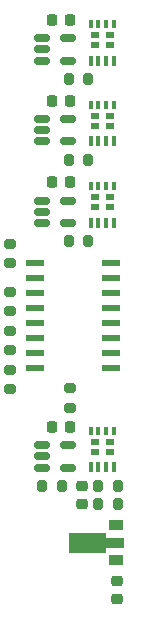
<source format=gbr>
%TF.GenerationSoftware,KiCad,Pcbnew,(6.0.9)*%
%TF.CreationDate,2022-11-25T17:08:00+01:00*%
%TF.ProjectId,gpio_isolated_switches,6770696f-5f69-4736-9f6c-617465645f73,rev?*%
%TF.SameCoordinates,Original*%
%TF.FileFunction,Paste,Bot*%
%TF.FilePolarity,Positive*%
%FSLAX46Y46*%
G04 Gerber Fmt 4.6, Leading zero omitted, Abs format (unit mm)*
G04 Created by KiCad (PCBNEW (6.0.9)) date 2022-11-25 17:08:00*
%MOMM*%
%LPD*%
G01*
G04 APERTURE LIST*
G04 Aperture macros list*
%AMRoundRect*
0 Rectangle with rounded corners*
0 $1 Rounding radius*
0 $2 $3 $4 $5 $6 $7 $8 $9 X,Y pos of 4 corners*
0 Add a 4 corners polygon primitive as box body*
4,1,4,$2,$3,$4,$5,$6,$7,$8,$9,$2,$3,0*
0 Add four circle primitives for the rounded corners*
1,1,$1+$1,$2,$3*
1,1,$1+$1,$4,$5*
1,1,$1+$1,$6,$7*
1,1,$1+$1,$8,$9*
0 Add four rect primitives between the rounded corners*
20,1,$1+$1,$2,$3,$4,$5,0*
20,1,$1+$1,$4,$5,$6,$7,0*
20,1,$1+$1,$6,$7,$8,$9,0*
20,1,$1+$1,$8,$9,$2,$3,0*%
%AMFreePoly0*
4,1,9,3.862500,-0.866500,0.737500,-0.866500,0.737500,-0.450000,-0.737500,-0.450000,-0.737500,0.450000,0.737500,0.450000,0.737500,0.866500,3.862500,0.866500,3.862500,-0.866500,3.862500,-0.866500,$1*%
G04 Aperture macros list end*
%ADD10R,0.635000X0.510000*%
%ADD11R,0.300000X0.830000*%
%ADD12R,0.300000X0.750000*%
%ADD13RoundRect,0.200000X-0.275000X0.200000X-0.275000X-0.200000X0.275000X-0.200000X0.275000X0.200000X0*%
%ADD14R,1.300000X0.900000*%
%ADD15FreePoly0,180.000000*%
%ADD16RoundRect,0.137500X-0.662500X-0.137500X0.662500X-0.137500X0.662500X0.137500X-0.662500X0.137500X0*%
%ADD17RoundRect,0.225000X-0.225000X-0.250000X0.225000X-0.250000X0.225000X0.250000X-0.225000X0.250000X0*%
%ADD18RoundRect,0.150000X-0.512500X-0.150000X0.512500X-0.150000X0.512500X0.150000X-0.512500X0.150000X0*%
%ADD19RoundRect,0.200000X0.275000X-0.200000X0.275000X0.200000X-0.275000X0.200000X-0.275000X-0.200000X0*%
%ADD20RoundRect,0.225000X0.250000X-0.225000X0.250000X0.225000X-0.250000X0.225000X-0.250000X-0.225000X0*%
%ADD21RoundRect,0.200000X-0.200000X-0.275000X0.200000X-0.275000X0.200000X0.275000X-0.200000X0.275000X0*%
%ADD22RoundRect,0.200000X0.200000X0.275000X-0.200000X0.275000X-0.200000X-0.275000X0.200000X-0.275000X0*%
%ADD23RoundRect,0.225000X-0.250000X0.225000X-0.250000X-0.225000X0.250000X-0.225000X0.250000X0.225000X0*%
G04 APERTURE END LIST*
D10*
%TO.C,Q1*%
X96374000Y-80820000D03*
D11*
X97975000Y-82140000D03*
D10*
X96374000Y-79960000D03*
D11*
X96675000Y-82140000D03*
D12*
X97325000Y-79030000D03*
X96025000Y-79030000D03*
X96675000Y-79030000D03*
D11*
X96025000Y-82140000D03*
D10*
X97626000Y-80820000D03*
D11*
X97325000Y-82140000D03*
D12*
X97975000Y-79030000D03*
D10*
X97626000Y-79960000D03*
%TD*%
D13*
%TO.C,R12*%
X94250000Y-75425000D03*
X94250000Y-77075000D03*
%TD*%
D11*
%TO.C,Q2*%
X97975000Y-61440000D03*
D10*
X96374000Y-59260000D03*
D12*
X96675000Y-58330000D03*
D10*
X97626000Y-60120000D03*
D12*
X96025000Y-58330000D03*
X97975000Y-58330000D03*
D11*
X96675000Y-61440000D03*
D12*
X97325000Y-58330000D03*
D10*
X96374000Y-60120000D03*
X97626000Y-59260000D03*
D11*
X97325000Y-61440000D03*
X96025000Y-61440000D03*
%TD*%
%TO.C,Q3*%
X97975000Y-54535000D03*
D12*
X97975000Y-51425000D03*
D10*
X97626000Y-53215000D03*
X96374000Y-52355000D03*
X97626000Y-52355000D03*
D11*
X96675000Y-54535000D03*
D12*
X97325000Y-51425000D03*
X96675000Y-51425000D03*
D11*
X97325000Y-54535000D03*
X96025000Y-54535000D03*
D12*
X96025000Y-51425000D03*
D10*
X96374000Y-53215000D03*
%TD*%
D14*
%TO.C,U6*%
X98150000Y-87000000D03*
D15*
X98062500Y-88500000D03*
D14*
X98150000Y-90000000D03*
%TD*%
D16*
%TO.C,U1*%
X91270000Y-73695000D03*
X91270000Y-72425000D03*
X91270000Y-71155000D03*
X91270000Y-69885000D03*
X91270000Y-68615000D03*
X91270000Y-67345000D03*
X91270000Y-66075000D03*
X91270000Y-64805000D03*
X97770000Y-64805000D03*
X97770000Y-66075000D03*
X97770000Y-67345000D03*
X97770000Y-68615000D03*
X97770000Y-69885000D03*
X97770000Y-71155000D03*
X97770000Y-72425000D03*
X97770000Y-73695000D03*
%TD*%
D17*
%TO.C,C3*%
X92725000Y-51095000D03*
X94275000Y-51095000D03*
%TD*%
D18*
%TO.C,U5*%
X91862500Y-47700000D03*
X91862500Y-46750000D03*
X91862500Y-45800000D03*
X94137500Y-45800000D03*
X94137500Y-47700000D03*
%TD*%
D10*
%TO.C,Q4*%
X97626000Y-46370000D03*
D12*
X96025000Y-44580000D03*
X96675000Y-44580000D03*
X97325000Y-44580000D03*
D11*
X97325000Y-47690000D03*
X96675000Y-47690000D03*
X97975000Y-47690000D03*
D10*
X96374000Y-46370000D03*
D12*
X97975000Y-44580000D03*
D10*
X96374000Y-45510000D03*
D11*
X96025000Y-47690000D03*
D10*
X97626000Y-45510000D03*
%TD*%
D18*
%TO.C,U4*%
X91862500Y-54545000D03*
X91862500Y-53595000D03*
X91862500Y-52645000D03*
X94137500Y-52645000D03*
X94137500Y-54545000D03*
%TD*%
D19*
%TO.C,R2*%
X89154000Y-72199000D03*
X89154000Y-70549000D03*
%TD*%
D20*
%TO.C,C6*%
X95250000Y-85275000D03*
X95250000Y-83725000D03*
%TD*%
D18*
%TO.C,U3*%
X91862500Y-61450000D03*
X91862500Y-60500000D03*
X91862500Y-59550000D03*
X94137500Y-59550000D03*
X94137500Y-61450000D03*
%TD*%
D17*
%TO.C,C2*%
X92725000Y-58000000D03*
X94275000Y-58000000D03*
%TD*%
D21*
%TO.C,R7*%
X94175000Y-56095000D03*
X95825000Y-56095000D03*
%TD*%
D22*
%TO.C,R9*%
X98325000Y-85250000D03*
X96675000Y-85250000D03*
%TD*%
D17*
%TO.C,C4*%
X92725000Y-44250000D03*
X94275000Y-44250000D03*
%TD*%
D21*
%TO.C,R5*%
X91925000Y-83700000D03*
X93575000Y-83700000D03*
%TD*%
D13*
%TO.C,R4*%
X89154000Y-63183000D03*
X89154000Y-64833000D03*
%TD*%
D18*
%TO.C,U2*%
X91862500Y-82150000D03*
X91862500Y-81200000D03*
X91862500Y-80250000D03*
X94137500Y-80250000D03*
X94137500Y-82150000D03*
%TD*%
D21*
%TO.C,R8*%
X94175000Y-49250000D03*
X95825000Y-49250000D03*
%TD*%
D17*
%TO.C,C1*%
X92725000Y-78700000D03*
X94275000Y-78700000D03*
%TD*%
D19*
%TO.C,R1*%
X89154000Y-75501000D03*
X89154000Y-73851000D03*
%TD*%
%TO.C,R3*%
X89154000Y-68897000D03*
X89154000Y-67247000D03*
%TD*%
D21*
%TO.C,R10*%
X96675000Y-83750000D03*
X98325000Y-83750000D03*
%TD*%
%TO.C,R6*%
X94175000Y-63000000D03*
X95825000Y-63000000D03*
%TD*%
D23*
%TO.C,C5*%
X98250000Y-91725000D03*
X98250000Y-93275000D03*
%TD*%
M02*

</source>
